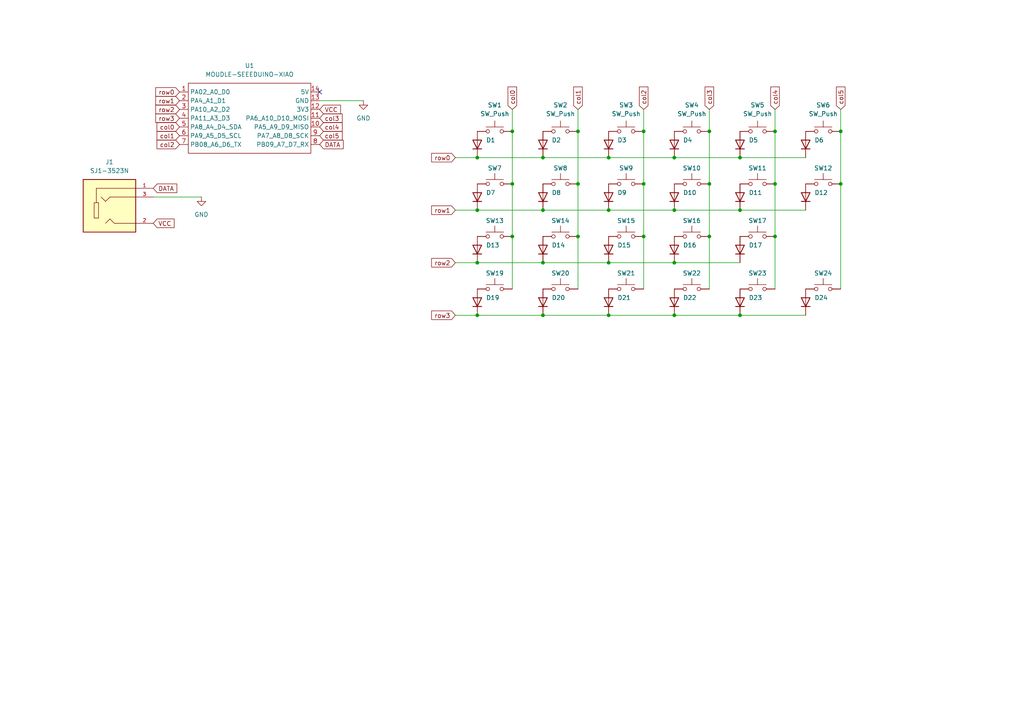
<source format=kicad_sch>
(kicad_sch (version 20231120) (generator "eeschema") (generator_version "8.0")
  (paper "A4")
  (lib_symbols
    (symbol "Diode:1N4148" (pin_numbers hide) (pin_names hide)
      (property "Reference" "D" (at 0 2.54 0))
      (property "Value" "1N4148" (at 0 -2.54 0))
      (symbol "1N4148_0_1"
        (polyline (pts (xy -1.27 1.27) (xy -1.27 -1.27)) (stroke (width 0.254)))
        (polyline (pts (xy 1.27 0) (xy -1.27 0)))
        (polyline (pts (xy 1.27 1.27) (xy 1.27 -1.27) (xy -1.27 0) (xy 1.27 1.27)) (stroke (width 0.254)))
      )
      (symbol "1N4148_1_1"
        (pin passive line (at -3.81 0 0) (length 2.54) (name "K") (number "1"))
        (pin passive line (at 3.81 0 180) (length 2.54) (name "A") (number "2"))
      )
    )
    (symbol "MOUDLE-SEEEDUINO-XIAO:MOUDLE-SEEEDUINO-XIAO"
      (property "Reference" "U" (at -16.51 11.43 0))
      (property "Value" "MOUDLE-SEEEDUINO-XIAO" (at -3.81 -11.43 0))
      (symbol "MOUDLE-SEEEDUINO-XIAO_0_1"
        (rectangle (start -16.51 10.16) (end 19.05 -10.16))
      )
      (symbol "MOUDLE-SEEEDUINO-XIAO_1_1"
        (pin passive line (at -19.05 7.62 0) (length 2.54) (name "PA02_A0_D0") (number "1"))
        (pin passive line (at 21.59 -2.54 180) (length 2.54) (name "PA5_A9_D9_MISO") (number "10"))
        (pin passive line (at 21.59 0 180) (length 2.54) (name "PA6_A10_D10_MOSI") (number "11"))
        (pin passive line (at 21.59 2.54 180) (length 2.54) (name "3V3") (number "12"))
        (pin passive line (at 21.59 5.08 180) (length 2.54) (name "GND") (number "13"))
        (pin passive line (at 21.59 7.62 180) (length 2.54) (name "5V") (number "14"))
        (pin passive line (at -19.05 5.08 0) (length 2.54) (name "PA4_A1_D1") (number "2"))
        (pin passive line (at -19.05 2.54 0) (length 2.54) (name "PA10_A2_D2") (number "3"))
        (pin passive line (at -19.05 0 0) (length 2.54) (name "PA11_A3_D3") (number "4"))
        (pin passive line (at -19.05 -2.54 0) (length 2.54) (name "PA8_A4_D4_SDA") (number "5"))
        (pin passive line (at -19.05 -5.08 0) (length 2.54) (name "PA9_A5_D5_SCL") (number "6"))
        (pin passive line (at -19.05 -7.62 0) (length 2.54) (name "PB08_A6_D6_TX") (number "7"))
        (pin passive line (at 21.59 -7.62 180) (length 2.54) (name "PB09_A7_D7_RX") (number "8"))
        (pin passive line (at 21.59 -5.08 180) (length 2.54) (name "PA7_A8_D8_SCK") (number "9"))
      )
    )
    (symbol "SJ1-3523N:SJ1-3523N" (pin_names (offset 1.016))
      (property "Reference" "J" (at -7.62 8.382 0))
      (property "Value" "SJ1-3523N" (at -7.62 -10.16 0))
      (symbol "SJ1-3523N_0_0"
        (rectangle (start -7.62 -7.62) (end 7.62 7.62) (stroke (width 0.254)) (fill (type background)))
        (polyline (pts (xy -4.445 -3.556) (xy -4.445 0.889)) (stroke (width 0.1524)))
        (polyline (pts (xy -4.445 0.889) (xy -3.81 0.889)) (stroke (width 0.1524)))
        (polyline (pts (xy -3.81 0.889) (xy -3.175 0.889)) (stroke (width 0.1524)))
        (polyline (pts (xy -3.81 5.08) (xy -3.81 0.889)) (stroke (width 0.1524)))
        (polyline (pts (xy -3.175 -3.556) (xy -4.445 -3.556)) (stroke (width 0.1524)))
        (polyline (pts (xy -3.175 0.889) (xy -3.175 -3.556)) (stroke (width 0.1524)))
        (polyline (pts (xy -1.143 1.27) (xy -2.413 2.54)) (stroke (width 0.1524)))
        (polyline (pts (xy 0.127 -3.81) (xy -1.143 -5.08)) (stroke (width 0.1524)))
        (polyline (pts (xy 0.127 2.54) (xy -1.143 1.27)) (stroke (width 0.1524)))
        (polyline (pts (xy 1.397 -5.08) (xy 0.127 -3.81)) (stroke (width 0.1524)))
        (polyline (pts (xy 7.62 -5.08) (xy 1.397 -5.08)) (stroke (width 0.1524)))
        (polyline (pts (xy 7.62 2.54) (xy 0.127 2.54)) (stroke (width 0.1524)))
        (polyline (pts (xy 7.62 5.08) (xy -3.81 5.08)) (stroke (width 0.1524)))
        (pin passive line (at 12.7 5.08 180) (length 5.08) (name "~") (number "1"))
        (pin passive line (at 12.7 -5.08 180) (length 5.08) (name "~") (number "2"))
        (pin passive line (at 12.7 2.54 180) (length 5.08) (name "~") (number "3"))
      )
    )
    (symbol "Switch:SW_Push" (pin_numbers hide) (pin_names (offset 1.016) hide)
      (property "Reference" "SW" (at 1.27 2.54 0))
      (property "Value" "SW_Push" (at 0 -1.524 0))
      (symbol "SW_Push_0_1"
        (circle (center -2.032 0) (radius 0.508))
        (polyline (pts (xy 0 1.27) (xy 0 3.048)))
        (polyline (pts (xy 2.54 1.27) (xy -2.54 1.27)))
        (circle (center 2.032 0) (radius 0.508))
        (pin passive line (at -5.08 0 0) (length 2.54) (name "1") (number "1"))
        (pin passive line (at 5.08 0 180) (length 2.54) (name "2") (number "2"))
      )
    )
    (symbol "power:GND" (power) (pin_numbers hide) (pin_names (offset 0) hide)
      (property "Value" "GND" (at 0 -3.81 0))
      (symbol "GND_0_1"
        (polyline (pts (xy 0 0) (xy 0 -1.27) (xy 1.27 -1.27) (xy 0 -2.54) (xy -1.27 -1.27) (xy 0 -1.27)))
      )
      (symbol "GND_1_1"
        (pin power_in line (at 0 0 270) (length 0) (name "~") (number "1"))
      )
    )
  )
  (junction (at 157.48 60.96))
  (junction (at 224.79 53.34))
  (junction (at 157.48 91.44))
  (junction (at 224.79 68.58))
  (junction (at 138.43 60.96))
  (junction (at 195.58 76.2))
  (junction (at 205.74 38.1))
  (junction (at 176.53 91.44))
  (junction (at 195.58 60.96))
  (junction (at 195.58 45.72))
  (junction (at 214.63 60.96))
  (junction (at 205.74 68.58))
  (junction (at 214.63 91.44))
  (junction (at 176.53 60.96))
  (junction (at 167.64 53.34))
  (junction (at 186.69 68.58))
  (junction (at 148.59 38.1))
  (junction (at 138.43 45.72))
  (junction (at 167.64 68.58))
  (junction (at 224.79 38.1))
  (junction (at 157.48 45.72))
  (junction (at 243.84 53.34))
  (junction (at 157.48 76.2))
  (junction (at 186.69 38.1))
  (junction (at 138.43 76.2))
  (junction (at 243.84 38.1))
  (junction (at 148.59 68.58))
  (junction (at 214.63 45.72))
  (junction (at 205.74 53.34))
  (junction (at 186.69 53.34))
  (junction (at 176.53 45.72))
  (junction (at 176.53 76.2))
  (junction (at 195.58 91.44))
  (junction (at 167.64 38.1))
  (junction (at 138.43 91.44))
  (junction (at 148.59 53.34))
  (no_connect (at 92.71 26.67))
  (wire (pts (xy 167.64 68.58) (xy 167.64 83.82)))
  (wire (pts (xy 132.08 76.2) (xy 138.43 76.2)))
  (wire (pts (xy 138.43 60.96) (xy 157.48 60.96)))
  (wire (pts (xy 138.43 45.72) (xy 157.48 45.72)))
  (wire (pts (xy 205.74 53.34) (xy 205.74 68.58)))
  (wire (pts (xy 167.64 38.1) (xy 167.64 53.34)))
  (wire (pts (xy 195.58 76.2) (xy 214.63 76.2)))
  (wire (pts (xy 167.64 31.75) (xy 167.64 38.1)))
  (wire (pts (xy 243.84 38.1) (xy 243.84 53.34)))
  (wire (pts (xy 186.69 53.34) (xy 186.69 68.58)))
  (wire (pts (xy 148.59 31.75) (xy 148.59 38.1)))
  (wire (pts (xy 205.74 38.1) (xy 205.74 53.34)))
  (wire (pts (xy 148.59 38.1) (xy 148.59 53.34)))
  (wire (pts (xy 224.79 38.1) (xy 224.79 53.34)))
  (wire (pts (xy 186.69 38.1) (xy 186.69 53.34)))
  (wire (pts (xy 176.53 76.2) (xy 195.58 76.2)))
  (wire (pts (xy 167.64 53.34) (xy 167.64 68.58)))
  (wire (pts (xy 186.69 31.75) (xy 186.69 38.1)))
  (wire (pts (xy 224.79 53.34) (xy 224.79 68.58)))
  (wire (pts (xy 243.84 31.75) (xy 243.84 38.1)))
  (wire (pts (xy 214.63 45.72) (xy 233.68 45.72)))
  (wire (pts (xy 157.48 91.44) (xy 176.53 91.44)))
  (wire (pts (xy 138.43 91.44) (xy 157.48 91.44)))
  (wire (pts (xy 92.71 29.21) (xy 105.41 29.21)))
  (wire (pts (xy 132.08 91.44) (xy 138.43 91.44)))
  (wire (pts (xy 157.48 60.96) (xy 176.53 60.96)))
  (wire (pts (xy 157.48 45.72) (xy 176.53 45.72)))
  (wire (pts (xy 44.45 57.15) (xy 58.42 57.15)))
  (wire (pts (xy 138.43 76.2) (xy 157.48 76.2)))
  (wire (pts (xy 214.63 91.44) (xy 233.68 91.44)))
  (wire (pts (xy 148.59 53.34) (xy 148.59 68.58)))
  (wire (pts (xy 214.63 60.96) (xy 233.68 60.96)))
  (wire (pts (xy 157.48 76.2) (xy 176.53 76.2)))
  (wire (pts (xy 148.59 68.58) (xy 148.59 83.82)))
  (wire (pts (xy 243.84 53.34) (xy 243.84 83.82)))
  (wire (pts (xy 195.58 45.72) (xy 214.63 45.72)))
  (wire (pts (xy 205.74 68.58) (xy 205.74 83.82)))
  (wire (pts (xy 176.53 45.72) (xy 195.58 45.72)))
  (wire (pts (xy 176.53 91.44) (xy 195.58 91.44)))
  (wire (pts (xy 205.74 31.75) (xy 205.74 38.1)))
  (wire (pts (xy 132.08 60.96) (xy 138.43 60.96)))
  (wire (pts (xy 224.79 31.75) (xy 224.79 38.1)))
  (wire (pts (xy 195.58 60.96) (xy 214.63 60.96)))
  (wire (pts (xy 195.58 91.44) (xy 214.63 91.44)))
  (wire (pts (xy 132.08 45.72) (xy 138.43 45.72)))
  (wire (pts (xy 224.79 68.58) (xy 224.79 83.82)))
  (wire (pts (xy 176.53 60.96) (xy 195.58 60.96)))
  (wire (pts (xy 186.69 68.58) (xy 186.69 83.82)))
  (global_label "col3" (shape input) (at 92.71 34.29 0) (property "Intersheetrefs" "${INTERSHEET_REFS}" (effects (hide yes))))
  (global_label "col2" (shape input) (at 186.69 31.75 90) (property "Intersheetrefs" "${INTERSHEET_REFS}" (effects (hide yes))))
  (global_label "row3" (shape input) (at 132.08 91.44 180) (property "Intersheetrefs" "${INTERSHEET_REFS}" (effects (hide yes))))
  (global_label "row1" (shape input) (at 132.08 60.96 180) (property "Intersheetrefs" "${INTERSHEET_REFS}" (effects (hide yes))))
  (global_label "col0" (shape input) (at 148.59 31.75 90) (property "Intersheetrefs" "${INTERSHEET_REFS}" (effects (hide yes))))
  (global_label "col1" (shape input) (at 52.07 39.37 180) (property "Intersheetrefs" "${INTERSHEET_REFS}" (effects (hide yes))))
  (global_label "col5" (shape input) (at 92.71 39.37 0) (property "Intersheetrefs" "${INTERSHEET_REFS}" (effects (hide yes))))
  (global_label "row0" (shape input) (at 52.07 26.67 180) (property "Intersheetrefs" "${INTERSHEET_REFS}" (effects (hide yes))))
  (global_label "col0" (shape input) (at 52.07 36.83 180) (property "Intersheetrefs" "${INTERSHEET_REFS}" (effects (hide yes))))
  (global_label "row2" (shape input) (at 52.07 31.75 180) (property "Intersheetrefs" "${INTERSHEET_REFS}" (effects (hide yes))))
  (global_label "col1" (shape input) (at 167.64 31.75 90) (property "Intersheetrefs" "${INTERSHEET_REFS}" (effects (hide yes))))
  (global_label "VCC" (shape input) (at 92.71 31.75 0) (property "Intersheetrefs" "${INTERSHEET_REFS}" (effects (hide yes))))
  (global_label "col5" (shape input) (at 243.84 31.75 90) (property "Intersheetrefs" "${INTERSHEET_REFS}" (effects (hide yes))))
  (global_label "col2" (shape input) (at 52.07 41.91 180) (property "Intersheetrefs" "${INTERSHEET_REFS}" (effects (hide yes))))
  (global_label "row3" (shape input) (at 52.07 34.29 180) (property "Intersheetrefs" "${INTERSHEET_REFS}" (effects (hide yes))))
  (global_label "row2" (shape input) (at 132.08 76.2 180) (property "Intersheetrefs" "${INTERSHEET_REFS}" (effects (hide yes))))
  (global_label "VCC" (shape input) (at 44.45 64.77 0) (property "Intersheetrefs" "${INTERSHEET_REFS}" (effects (hide yes))))
  (global_label "row0" (shape input) (at 132.08 45.72 180) (property "Intersheetrefs" "${INTERSHEET_REFS}" (effects (hide yes))))
  (global_label "DATA" (shape input) (at 92.71 41.91 0) (property "Intersheetrefs" "${INTERSHEET_REFS}" (effects (hide yes))))
  (global_label "DATA" (shape input) (at 44.45 54.61 0) (property "Intersheetrefs" "${INTERSHEET_REFS}" (effects (hide yes))))
  (global_label "row1" (shape input) (at 52.07 29.21 180) (property "Intersheetrefs" "${INTERSHEET_REFS}" (effects (hide yes))))
  (global_label "col4" (shape input) (at 224.79 31.75 90) (property "Intersheetrefs" "${INTERSHEET_REFS}" (effects (hide yes))))
  (global_label "col3" (shape input) (at 205.74 31.75 90) (property "Intersheetrefs" "${INTERSHEET_REFS}" (effects (hide yes))))
  (global_label "col4" (shape input) (at 92.71 36.83 0) (property "Intersheetrefs" "${INTERSHEET_REFS}" (effects (hide yes))))
  (symbol (lib_id "Diode:1N4148") (at 176.53 87.63 90) (unit 1)
    (property "Reference" "D21" (at 179.07 86.3599 90) (effects (justify right)))
    (property "Value" "1N4148" (effects (hide yes)))
    (property "Footprint" "Diode_THT:D_DO-35_SOD27_P7.62mm_Horizontal" (effects (hide yes)))
    (property "Datasheet" "https://assets.nexperia.com/documents/data-sheet/1N4148_1N4448.pdf" (effects (hide yes)))
    (property "Description" "100V 0.15A standard switching diode, DO-35" (effects (hide yes)))
    (property "Sim.Device" "D" (effects (hide yes)))
    (property "Sim.Pins" "1=K 2=A" (effects (hide yes)))
  )
  (symbol (lib_id "Switch:SW_Push") (at 219.71 68.58 0) (unit 1)
    (property "Reference" "SW17" (at 219.71 64.008 0))
    (property "Value" "SW_Push" (effects (hide yes)))
    (property "Footprint" "keyswitches:SW_MX_reversible" (effects (hide yes)))
    (property "Description" "Push button switch, generic, two pins" (effects (hide yes)))
  )
  (symbol (lib_id "Diode:1N4148") (at 233.68 41.91 90) (unit 1)
    (property "Reference" "D6" (at 236.22 40.6399 90) (effects (justify right)))
    (property "Value" "1N4148" (effects (hide yes)))
    (property "Footprint" "Diode_THT:D_DO-35_SOD27_P7.62mm_Horizontal" (effects (hide yes)))
    (property "Datasheet" "https://assets.nexperia.com/documents/data-sheet/1N4148_1N4448.pdf" (effects (hide yes)))
    (property "Description" "100V 0.15A standard switching diode, DO-35" (effects (hide yes)))
    (property "Sim.Device" "D" (effects (hide yes)))
    (property "Sim.Pins" "1=K 2=A" (effects (hide yes)))
  )
  (symbol (lib_id "Diode:1N4148") (at 176.53 57.15 90) (unit 1)
    (property "Reference" "D9" (at 179.07 55.8799 90) (effects (justify right)))
    (property "Value" "1N4148" (effects (hide yes)))
    (property "Footprint" "Diode_THT:D_DO-35_SOD27_P7.62mm_Horizontal" (effects (hide yes)))
    (property "Datasheet" "https://assets.nexperia.com/documents/data-sheet/1N4148_1N4448.pdf" (effects (hide yes)))
    (property "Description" "100V 0.15A standard switching diode, DO-35" (effects (hide yes)))
    (property "Sim.Device" "D" (effects (hide yes)))
    (property "Sim.Pins" "1=K 2=A" (effects (hide yes)))
  )
  (symbol (lib_id "power:GND") (at 58.42 57.15 0) (unit 1)
    (property "Reference" "#PWR02" (effects (hide yes)))
    (property "Value" "GND" (at 58.42 62.23 0))
    (property "Description" "Power symbol creates a global label with name \"GND\" , ground" (effects (hide yes)))
  )
  (symbol (lib_id "Diode:1N4148") (at 157.48 72.39 90) (unit 1)
    (property "Reference" "D14" (at 160.02 71.1199 90) (effects (justify right)))
    (property "Value" "1N4148" (effects (hide yes)))
    (property "Footprint" "Diode_THT:D_DO-35_SOD27_P7.62mm_Horizontal" (effects (hide yes)))
    (property "Datasheet" "https://assets.nexperia.com/documents/data-sheet/1N4148_1N4448.pdf" (effects (hide yes)))
    (property "Description" "100V 0.15A standard switching diode, DO-35" (effects (hide yes)))
    (property "Sim.Device" "D" (effects (hide yes)))
    (property "Sim.Pins" "1=K 2=A" (effects (hide yes)))
  )
  (symbol (lib_id "Diode:1N4148") (at 214.63 72.39 90) (unit 1)
    (property "Reference" "D17" (at 217.17 71.1199 90) (effects (justify right)))
    (property "Value" "1N4148" (effects (hide yes)))
    (property "Footprint" "Diode_THT:D_DO-35_SOD27_P7.62mm_Horizontal" (effects (hide yes)))
    (property "Datasheet" "https://assets.nexperia.com/documents/data-sheet/1N4148_1N4448.pdf" (effects (hide yes)))
    (property "Description" "100V 0.15A standard switching diode, DO-35" (effects (hide yes)))
    (property "Sim.Device" "D" (effects (hide yes)))
    (property "Sim.Pins" "1=K 2=A" (effects (hide yes)))
  )
  (symbol (lib_id "Switch:SW_Push") (at 219.71 83.82 0) (unit 1)
    (property "Reference" "SW23" (at 219.71 79.248 0))
    (property "Value" "SW_Push" (effects (hide yes)))
    (property "Footprint" "keyswitches:SW_MX_reversible" (effects (hide yes)))
    (property "Description" "Push button switch, generic, two pins" (effects (hide yes)))
  )
  (symbol (lib_id "Diode:1N4148") (at 157.48 57.15 90) (unit 1)
    (property "Reference" "D8" (at 160.02 55.8799 90) (effects (justify right)))
    (property "Value" "1N4148" (effects (hide yes)))
    (property "Footprint" "Diode_THT:D_DO-35_SOD27_P7.62mm_Horizontal" (effects (hide yes)))
    (property "Datasheet" "https://assets.nexperia.com/documents/data-sheet/1N4148_1N4448.pdf" (effects (hide yes)))
    (property "Description" "100V 0.15A standard switching diode, DO-35" (effects (hide yes)))
    (property "Sim.Device" "D" (effects (hide yes)))
    (property "Sim.Pins" "1=K 2=A" (effects (hide yes)))
  )
  (symbol (lib_id "MOUDLE-SEEEDUINO-XIAO:MOUDLE-SEEEDUINO-XIAO") (at 71.12 34.29 0) (unit 1)
    (property "Reference" "U1" (at 72.39 19.05 0))
    (property "Value" "MOUDLE-SEEEDUINO-XIAO" (at 72.39 21.59 0))
    (property "Footprint" "Seeeduino-XIAO:Seeed XIAO RP2040" (effects (hide yes)))
  )
  (symbol (lib_id "Switch:SW_Push") (at 181.61 53.34 0) (unit 1)
    (property "Reference" "SW9" (at 181.61 48.768 0))
    (property "Value" "SW_Push" (effects (hide yes)))
    (property "Footprint" "keyswitches:SW_MX_reversible" (effects (hide yes)))
    (property "Description" "Push button switch, generic, two pins" (effects (hide yes)))
  )
  (symbol (lib_id "Switch:SW_Push") (at 200.66 83.82 0) (unit 1)
    (property "Reference" "SW22" (at 200.66 79.248 0))
    (property "Value" "SW_Push" (effects (hide yes)))
    (property "Footprint" "keyswitches:SW_MX_reversible" (effects (hide yes)))
    (property "Description" "Push button switch, generic, two pins" (effects (hide yes)))
  )
  (symbol (lib_id "Diode:1N4148") (at 138.43 72.39 90) (unit 1)
    (property "Reference" "D13" (at 140.97 71.1199 90) (effects (justify right)))
    (property "Value" "1N4148" (effects (hide yes)))
    (property "Footprint" "Diode_THT:D_DO-35_SOD27_P7.62mm_Horizontal" (effects (hide yes)))
    (property "Datasheet" "https://assets.nexperia.com/documents/data-sheet/1N4148_1N4448.pdf" (effects (hide yes)))
    (property "Description" "100V 0.15A standard switching diode, DO-35" (effects (hide yes)))
    (property "Sim.Device" "D" (effects (hide yes)))
    (property "Sim.Pins" "1=K 2=A" (effects (hide yes)))
  )
  (symbol (lib_id "Switch:SW_Push") (at 219.71 53.34 0) (unit 1)
    (property "Reference" "SW11" (at 219.71 48.768 0))
    (property "Value" "SW_Push" (effects (hide yes)))
    (property "Footprint" "keyswitches:SW_MX_reversible" (effects (hide yes)))
    (property "Description" "Push button switch, generic, two pins" (effects (hide yes)))
  )
  (symbol (lib_id "Switch:SW_Push") (at 143.51 68.58 0) (unit 1)
    (property "Reference" "SW13" (at 143.51 64.008 0))
    (property "Value" "SW_Push" (effects (hide yes)))
    (property "Footprint" "keyswitches:SW_MX_reversible" (effects (hide yes)))
    (property "Description" "Push button switch, generic, two pins" (effects (hide yes)))
  )
  (symbol (lib_id "Switch:SW_Push") (at 238.76 53.34 0) (unit 1)
    (property "Reference" "SW12" (at 238.76 48.768 0))
    (property "Value" "SW_Push" (effects (hide yes)))
    (property "Footprint" "keyswitches:SW_MX_reversible" (effects (hide yes)))
    (property "Description" "Push button switch, generic, two pins" (effects (hide yes)))
  )
  (symbol (lib_id "Diode:1N4148") (at 157.48 41.91 90) (unit 1)
    (property "Reference" "D2" (at 160.02 40.6399 90) (effects (justify right)))
    (property "Value" "1N4148" (effects (hide yes)))
    (property "Footprint" "Diode_THT:D_DO-35_SOD27_P7.62mm_Horizontal" (effects (hide yes)))
    (property "Datasheet" "https://assets.nexperia.com/documents/data-sheet/1N4148_1N4448.pdf" (effects (hide yes)))
    (property "Description" "100V 0.15A standard switching diode, DO-35" (effects (hide yes)))
    (property "Sim.Device" "D" (effects (hide yes)))
    (property "Sim.Pins" "1=K 2=A" (effects (hide yes)))
  )
  (symbol (lib_id "Diode:1N4148") (at 233.68 57.15 90) (unit 1)
    (property "Reference" "D12" (at 236.22 55.8799 90) (effects (justify right)))
    (property "Value" "1N4148" (effects (hide yes)))
    (property "Footprint" "Diode_THT:D_DO-35_SOD27_P7.62mm_Horizontal" (effects (hide yes)))
    (property "Datasheet" "https://assets.nexperia.com/documents/data-sheet/1N4148_1N4448.pdf" (effects (hide yes)))
    (property "Description" "100V 0.15A standard switching diode, DO-35" (effects (hide yes)))
    (property "Sim.Device" "D" (effects (hide yes)))
    (property "Sim.Pins" "1=K 2=A" (effects (hide yes)))
  )
  (symbol (lib_id "Switch:SW_Push") (at 181.61 68.58 0) (unit 1)
    (property "Reference" "SW15" (at 181.61 64.008 0))
    (property "Value" "SW_Push" (effects (hide yes)))
    (property "Footprint" "keyswitches:SW_MX_reversible" (effects (hide yes)))
    (property "Description" "Push button switch, generic, two pins" (effects (hide yes)))
  )
  (symbol (lib_id "Diode:1N4148") (at 138.43 41.91 90) (unit 1)
    (property "Reference" "D1" (at 140.97 40.6399 90) (effects (justify right)))
    (property "Value" "1N4148" (effects (hide yes)))
    (property "Footprint" "Diode_THT:D_DO-35_SOD27_P7.62mm_Horizontal" (effects (hide yes)))
    (property "Datasheet" "https://assets.nexperia.com/documents/data-sheet/1N4148_1N4448.pdf" (effects (hide yes)))
    (property "Description" "100V 0.15A standard switching diode, DO-35" (effects (hide yes)))
    (property "Sim.Device" "D" (effects (hide yes)))
    (property "Sim.Pins" "1=K 2=A" (effects (hide yes)))
  )
  (symbol (lib_id "Diode:1N4148") (at 195.58 87.63 90) (unit 1)
    (property "Reference" "D22" (at 198.12 86.3599 90) (effects (justify right)))
    (property "Value" "1N4148" (effects (hide yes)))
    (property "Footprint" "Diode_THT:D_DO-35_SOD27_P7.62mm_Horizontal" (effects (hide yes)))
    (property "Datasheet" "https://assets.nexperia.com/documents/data-sheet/1N4148_1N4448.pdf" (effects (hide yes)))
    (property "Description" "100V 0.15A standard switching diode, DO-35" (effects (hide yes)))
    (property "Sim.Device" "D" (effects (hide yes)))
    (property "Sim.Pins" "1=K 2=A" (effects (hide yes)))
  )
  (symbol (lib_id "Diode:1N4148") (at 214.63 87.63 90) (unit 1)
    (property "Reference" "D23" (at 217.17 86.3599 90) (effects (justify right)))
    (property "Value" "1N4148" (effects (hide yes)))
    (property "Footprint" "Diode_THT:D_DO-35_SOD27_P7.62mm_Horizontal" (effects (hide yes)))
    (property "Datasheet" "https://assets.nexperia.com/documents/data-sheet/1N4148_1N4448.pdf" (effects (hide yes)))
    (property "Description" "100V 0.15A standard switching diode, DO-35" (effects (hide yes)))
    (property "Sim.Device" "D" (effects (hide yes)))
    (property "Sim.Pins" "1=K 2=A" (effects (hide yes)))
  )
  (symbol (lib_id "Diode:1N4148") (at 195.58 72.39 90) (unit 1)
    (property "Reference" "D16" (at 198.12 71.1199 90) (effects (justify right)))
    (property "Value" "1N4148" (effects (hide yes)))
    (property "Footprint" "Diode_THT:D_DO-35_SOD27_P7.62mm_Horizontal" (effects (hide yes)))
    (property "Datasheet" "https://assets.nexperia.com/documents/data-sheet/1N4148_1N4448.pdf" (effects (hide yes)))
    (property "Description" "100V 0.15A standard switching diode, DO-35" (effects (hide yes)))
    (property "Sim.Device" "D" (effects (hide yes)))
    (property "Sim.Pins" "1=K 2=A" (effects (hide yes)))
  )
  (symbol (lib_id "Switch:SW_Push") (at 162.56 68.58 0) (unit 1)
    (property "Reference" "SW14" (at 162.56 64.008 0))
    (property "Value" "SW_Push" (effects (hide yes)))
    (property "Footprint" "keyswitches:SW_MX_reversible" (effects (hide yes)))
    (property "Description" "Push button switch, generic, two pins" (effects (hide yes)))
  )
  (symbol (lib_id "Diode:1N4148") (at 157.48 87.63 90) (unit 1)
    (property "Reference" "D20" (at 160.02 86.3599 90) (effects (justify right)))
    (property "Value" "1N4148" (effects (hide yes)))
    (property "Footprint" "Diode_THT:D_DO-35_SOD27_P7.62mm_Horizontal" (effects (hide yes)))
    (property "Datasheet" "https://assets.nexperia.com/documents/data-sheet/1N4148_1N4448.pdf" (effects (hide yes)))
    (property "Description" "100V 0.15A standard switching diode, DO-35" (effects (hide yes)))
    (property "Sim.Device" "D" (effects (hide yes)))
    (property "Sim.Pins" "1=K 2=A" (effects (hide yes)))
  )
  (symbol (lib_id "Diode:1N4148") (at 195.58 57.15 90) (unit 1)
    (property "Reference" "D10" (at 198.12 55.8799 90) (effects (justify right)))
    (property "Value" "1N4148" (effects (hide yes)))
    (property "Footprint" "Diode_THT:D_DO-35_SOD27_P7.62mm_Horizontal" (effects (hide yes)))
    (property "Datasheet" "https://assets.nexperia.com/documents/data-sheet/1N4148_1N4448.pdf" (effects (hide yes)))
    (property "Description" "100V 0.15A standard switching diode, DO-35" (effects (hide yes)))
    (property "Sim.Device" "D" (effects (hide yes)))
    (property "Sim.Pins" "1=K 2=A" (effects (hide yes)))
  )
  (symbol (lib_id "Diode:1N4148") (at 214.63 57.15 90) (unit 1)
    (property "Reference" "D11" (at 217.17 55.8799 90) (effects (justify right)))
    (property "Value" "1N4148" (effects (hide yes)))
    (property "Footprint" "Diode_THT:D_DO-35_SOD27_P7.62mm_Horizontal" (effects (hide yes)))
    (property "Datasheet" "https://assets.nexperia.com/documents/data-sheet/1N4148_1N4448.pdf" (effects (hide yes)))
    (property "Description" "100V 0.15A standard switching diode, DO-35" (effects (hide yes)))
    (property "Sim.Device" "D" (effects (hide yes)))
    (property "Sim.Pins" "1=K 2=A" (effects (hide yes)))
  )
  (symbol (lib_id "Diode:1N4148") (at 233.68 87.63 90) (unit 1)
    (property "Reference" "D24" (at 236.22 86.3599 90) (effects (justify right)))
    (property "Value" "1N4148" (effects (hide yes)))
    (property "Footprint" "Diode_THT:D_DO-35_SOD27_P7.62mm_Horizontal" (effects (hide yes)))
    (property "Datasheet" "https://assets.nexperia.com/documents/data-sheet/1N4148_1N4448.pdf" (effects (hide yes)))
    (property "Description" "100V 0.15A standard switching diode, DO-35" (effects (hide yes)))
    (property "Sim.Device" "D" (effects (hide yes)))
    (property "Sim.Pins" "1=K 2=A" (effects (hide yes)))
  )
  (symbol (lib_id "Switch:SW_Push") (at 143.51 38.1 0) (unit 1)
    (property "Reference" "SW1" (at 143.51 30.48 0))
    (property "Value" "SW_Push" (at 143.51 33.02 0))
    (property "Footprint" "keyswitches:SW_MX_reversible" (effects (hide yes)))
    (property "Description" "Push button switch, generic, two pins" (effects (hide yes)))
  )
  (symbol (lib_id "Switch:SW_Push") (at 219.71 38.1 0) (unit 1)
    (property "Reference" "SW5" (at 219.71 30.48 0))
    (property "Value" "SW_Push" (at 219.71 33.02 0))
    (property "Footprint" "keyswitches:SW_MX_reversible" (effects (hide yes)))
    (property "Description" "Push button switch, generic, two pins" (effects (hide yes)))
  )
  (symbol (lib_id "Diode:1N4148") (at 176.53 72.39 90) (unit 1)
    (property "Reference" "D15" (at 179.07 71.1199 90) (effects (justify right)))
    (property "Value" "1N4148" (effects (hide yes)))
    (property "Footprint" "Diode_THT:D_DO-35_SOD27_P7.62mm_Horizontal" (effects (hide yes)))
    (property "Datasheet" "https://assets.nexperia.com/documents/data-sheet/1N4148_1N4448.pdf" (effects (hide yes)))
    (property "Description" "100V 0.15A standard switching diode, DO-35" (effects (hide yes)))
    (property "Sim.Device" "D" (effects (hide yes)))
    (property "Sim.Pins" "1=K 2=A" (effects (hide yes)))
  )
  (symbol (lib_id "Switch:SW_Push") (at 143.51 83.82 0) (unit 1)
    (property "Reference" "SW19" (at 143.51 79.248 0))
    (property "Value" "SW_Push" (effects (hide yes)))
    (property "Footprint" "keyswitches:SW_MX_reversible" (effects (hide yes)))
    (property "Description" "Push button switch, generic, two pins" (effects (hide yes)))
  )
  (symbol (lib_id "Switch:SW_Push") (at 162.56 53.34 0) (unit 1)
    (property "Reference" "SW8" (at 162.56 48.768 0))
    (property "Value" "SW_Push" (effects (hide yes)))
    (property "Footprint" "keyswitches:SW_MX_reversible" (effects (hide yes)))
    (property "Description" "Push button switch, generic, two pins" (effects (hide yes)))
  )
  (symbol (lib_id "Switch:SW_Push") (at 238.76 83.82 0) (unit 1)
    (property "Reference" "SW24" (at 238.76 79.248 0))
    (property "Value" "SW_Push" (effects (hide yes)))
    (property "Footprint" "keyswitches:SW_MX_reversible" (effects (hide yes)))
    (property "Description" "Push button switch, generic, two pins" (effects (hide yes)))
  )
  (symbol (lib_id "SJ1-3523N:SJ1-3523N") (at 31.75 59.69 0) (unit 1)
    (property "Reference" "J1" (at 31.75 46.99 0))
    (property "Value" "SJ1-3523N" (at 31.75 49.53 0))
    (property "Footprint" "kicad:CUI_SJ1-3523N" (effects (hide yes)))
    (property "PARTREV" "1.05" (effects (hide yes)))
    (property "STANDARD" "Manufacturer Recommendations" (effects (hide yes)))
    (property "MAXIMUM_PACKAGE_HEIGHT" "6.25 mm" (effects (hide yes)))
    (property "MANUFACTURER" "CUI Devices" (effects (hide yes)))
  )
  (symbol (lib_id "Switch:SW_Push") (at 200.66 68.58 0) (unit 1)
    (property "Reference" "SW16" (at 200.66 64.008 0))
    (property "Value" "SW_Push" (effects (hide yes)))
    (property "Footprint" "keyswitches:SW_MX_reversible" (effects (hide yes)))
    (property "Description" "Push button switch, generic, two pins" (effects (hide yes)))
  )
  (symbol (lib_id "Diode:1N4148") (at 138.43 87.63 90) (unit 1)
    (property "Reference" "D19" (at 140.97 86.3599 90) (effects (justify right)))
    (property "Value" "1N4148" (effects (hide yes)))
    (property "Footprint" "Diode_THT:D_DO-35_SOD27_P7.62mm_Horizontal" (effects (hide yes)))
    (property "Datasheet" "https://assets.nexperia.com/documents/data-sheet/1N4148_1N4448.pdf" (effects (hide yes)))
    (property "Description" "100V 0.15A standard switching diode, DO-35" (effects (hide yes)))
    (property "Sim.Device" "D" (effects (hide yes)))
    (property "Sim.Pins" "1=K 2=A" (effects (hide yes)))
  )
  (symbol (lib_id "Switch:SW_Push") (at 143.51 53.34 0) (unit 1)
    (property "Reference" "SW7" (at 143.51 48.768 0))
    (property "Value" "SW_Push" (effects (hide yes)))
    (property "Footprint" "keyswitches:SW_MX_reversible" (effects (hide yes)))
    (property "Description" "Push button switch, generic, two pins" (effects (hide yes)))
  )
  (symbol (lib_id "Diode:1N4148") (at 138.43 57.15 90) (unit 1)
    (property "Reference" "D7" (at 140.97 55.8799 90) (effects (justify right)))
    (property "Value" "1N4148" (effects (hide yes)))
    (property "Footprint" "Diode_THT:D_DO-35_SOD27_P7.62mm_Horizontal" (effects (hide yes)))
    (property "Datasheet" "https://assets.nexperia.com/documents/data-sheet/1N4148_1N4448.pdf" (effects (hide yes)))
    (property "Description" "100V 0.15A standard switching diode, DO-35" (effects (hide yes)))
    (property "Sim.Device" "D" (effects (hide yes)))
    (property "Sim.Pins" "1=K 2=A" (effects (hide yes)))
  )
  (symbol (lib_id "power:GND") (at 105.41 29.21 0) (unit 1)
    (property "Reference" "#PWR01" (effects (hide yes)))
    (property "Value" "GND" (at 105.41 34.29 0))
    (property "Description" "Power symbol creates a global label with name \"GND\" , ground" (effects (hide yes)))
  )
  (symbol (lib_id "Switch:SW_Push") (at 238.76 38.1 0) (unit 1)
    (property "Reference" "SW6" (at 238.76 30.48 0))
    (property "Value" "SW_Push" (at 238.76 33.02 0))
    (property "Footprint" "keyswitches:SW_MX_reversible" (effects (hide yes)))
    (property "Description" "Push button switch, generic, two pins" (effects (hide yes)))
  )
  (symbol (lib_id "Diode:1N4148") (at 214.63 41.91 90) (unit 1)
    (property "Reference" "D5" (at 217.17 40.6399 90) (effects (justify right)))
    (property "Value" "1N4148" (effects (hide yes)))
    (property "Footprint" "Diode_THT:D_DO-35_SOD27_P7.62mm_Horizontal" (effects (hide yes)))
    (property "Datasheet" "https://assets.nexperia.com/documents/data-sheet/1N4148_1N4448.pdf" (effects (hide yes)))
    (property "Description" "100V 0.15A standard switching diode, DO-35" (effects (hide yes)))
    (property "Sim.Device" "D" (effects (hide yes)))
    (property "Sim.Pins" "1=K 2=A" (effects (hide yes)))
  )
  (symbol (lib_id "Switch:SW_Push") (at 200.66 53.34 0) (unit 1)
    (property "Reference" "SW10" (at 200.66 48.768 0))
    (property "Value" "SW_Push" (effects (hide yes)))
    (property "Footprint" "keyswitches:SW_MX_reversible" (effects (hide yes)))
    (property "Description" "Push button switch, generic, two pins" (effects (hide yes)))
  )
  (symbol (lib_id "Switch:SW_Push") (at 181.61 38.1 0) (unit 1)
    (property "Reference" "SW3" (at 181.61 30.48 0))
    (property "Value" "SW_Push" (at 181.61 33.02 0))
    (property "Footprint" "keyswitches:SW_MX_reversible" (effects (hide yes)))
    (property "Description" "Push button switch, generic, two pins" (effects (hide yes)))
  )
  (symbol (lib_id "Switch:SW_Push") (at 200.66 38.1 0) (unit 1)
    (property "Reference" "SW4" (at 200.66 30.48 0))
    (property "Value" "SW_Push" (at 200.66 33.02 0))
    (property "Footprint" "keyswitches:SW_MX_reversible" (effects (hide yes)))
    (property "Description" "Push button switch, generic, two pins" (effects (hide yes)))
  )
  (symbol (lib_id "Switch:SW_Push") (at 181.61 83.82 0) (unit 1)
    (property "Reference" "SW21" (at 181.61 79.248 0))
    (property "Value" "SW_Push" (effects (hide yes)))
    (property "Footprint" "keyswitches:SW_MX_reversible" (effects (hide yes)))
    (property "Description" "Push button switch, generic, two pins" (effects (hide yes)))
  )
  (symbol (lib_id "Diode:1N4148") (at 195.58 41.91 90) (unit 1)
    (property "Reference" "D4" (at 198.12 40.6399 90) (effects (justify right)))
    (property "Value" "1N4148" (effects (hide yes)))
    (property "Footprint" "Diode_THT:D_DO-35_SOD27_P7.62mm_Horizontal" (effects (hide yes)))
    (property "Datasheet" "https://assets.nexperia.com/documents/data-sheet/1N4148_1N4448.pdf" (effects (hide yes)))
    (property "Description" "100V 0.15A standard switching diode, DO-35" (effects (hide yes)))
    (property "Sim.Device" "D" (effects (hide yes)))
    (property "Sim.Pins" "1=K 2=A" (effects (hide yes)))
  )
  (symbol (lib_id "Switch:SW_Push") (at 162.56 38.1 0) (unit 1)
    (property "Reference" "SW2" (at 162.56 30.48 0))
    (property "Value" "SW_Push" (at 162.56 33.02 0))
    (property "Footprint" "keyswitches:SW_MX_reversible" (effects (hide yes)))
    (property "Description" "Push button switch, generic, two pins" (effects (hide yes)))
  )
  (symbol (lib_id "Diode:1N4148") (at 176.53 41.91 90) (unit 1)
    (property "Reference" "D3" (at 179.07 40.6399 90) (effects (justify right)))
    (property "Value" "1N4148" (effects (hide yes)))
    (property "Footprint" "Diode_THT:D_DO-35_SOD27_P7.62mm_Horizontal" (effects (hide yes)))
    (property "Datasheet" "https://assets.nexperia.com/documents/data-sheet/1N4148_1N4448.pdf" (effects (hide yes)))
    (property "Description" "100V 0.15A standard switching diode, DO-35" (effects (hide yes)))
    (property "Sim.Device" "D" (effects (hide yes)))
    (property "Sim.Pins" "1=K 2=A" (effects (hide yes)))
  )
  (symbol (lib_id "Switch:SW_Push") (at 162.56 83.82 0) (unit 1)
    (property "Reference" "SW20" (at 162.56 79.248 0))
    (property "Value" "SW_Push" (effects (hide yes)))
    (property "Footprint" "keyswitches:SW_MX_reversible" (effects (hide yes)))
    (property "Description" "Push button switch, generic, two pins" (effects (hide yes)))
  )
)
</source>
